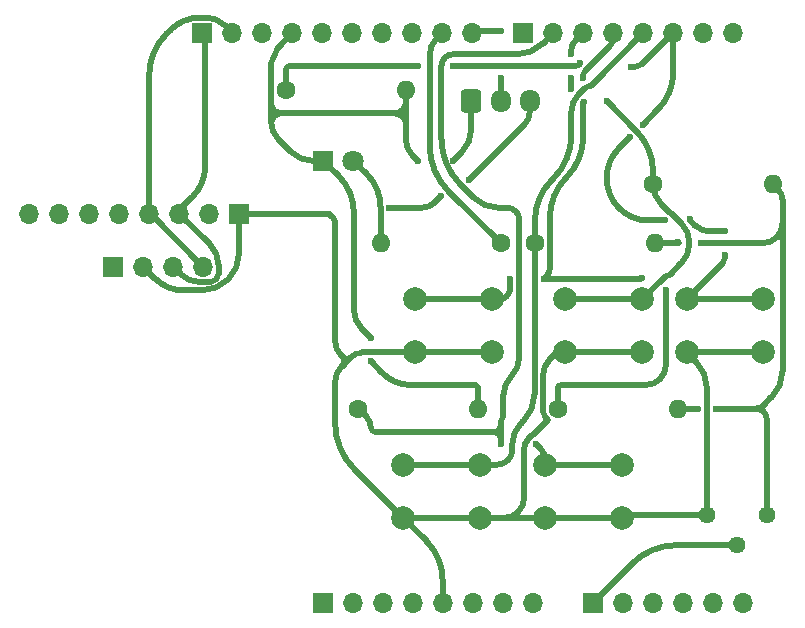
<source format=gbr>
%TF.GenerationSoftware,KiCad,Pcbnew,8.0.8*%
%TF.CreationDate,2025-02-03T17:03:33-07:00*%
%TF.ProjectId,BoardMicro,426f6172-644d-4696-9372-6f2e6b696361,rev?*%
%TF.SameCoordinates,Original*%
%TF.FileFunction,Copper,L1,Top*%
%TF.FilePolarity,Positive*%
%FSLAX46Y46*%
G04 Gerber Fmt 4.6, Leading zero omitted, Abs format (unit mm)*
G04 Created by KiCad (PCBNEW 8.0.8) date 2025-02-03 17:03:33*
%MOMM*%
%LPD*%
G01*
G04 APERTURE LIST*
G04 Aperture macros list*
%AMRoundRect*
0 Rectangle with rounded corners*
0 $1 Rounding radius*
0 $2 $3 $4 $5 $6 $7 $8 $9 X,Y pos of 4 corners*
0 Add a 4 corners polygon primitive as box body*
4,1,4,$2,$3,$4,$5,$6,$7,$8,$9,$2,$3,0*
0 Add four circle primitives for the rounded corners*
1,1,$1+$1,$2,$3*
1,1,$1+$1,$4,$5*
1,1,$1+$1,$6,$7*
1,1,$1+$1,$8,$9*
0 Add four rect primitives between the rounded corners*
20,1,$1+$1,$2,$3,$4,$5,0*
20,1,$1+$1,$4,$5,$6,$7,0*
20,1,$1+$1,$6,$7,$8,$9,0*
20,1,$1+$1,$8,$9,$2,$3,0*%
G04 Aperture macros list end*
%TA.AperFunction,ComponentPad*%
%ADD10R,1.700000X1.700000*%
%TD*%
%TA.AperFunction,ComponentPad*%
%ADD11O,1.700000X1.700000*%
%TD*%
%TA.AperFunction,ComponentPad*%
%ADD12C,1.600000*%
%TD*%
%TA.AperFunction,ComponentPad*%
%ADD13O,1.600000X1.600000*%
%TD*%
%TA.AperFunction,ComponentPad*%
%ADD14C,2.000000*%
%TD*%
%TA.AperFunction,ComponentPad*%
%ADD15C,1.440000*%
%TD*%
%TA.AperFunction,ComponentPad*%
%ADD16R,1.800000X1.800000*%
%TD*%
%TA.AperFunction,ComponentPad*%
%ADD17C,1.800000*%
%TD*%
%TA.AperFunction,ComponentPad*%
%ADD18RoundRect,0.250000X-0.600000X-0.725000X0.600000X-0.725000X0.600000X0.725000X-0.600000X0.725000X0*%
%TD*%
%TA.AperFunction,ComponentPad*%
%ADD19O,1.700000X1.950000*%
%TD*%
%TA.AperFunction,ViaPad*%
%ADD20C,0.600000*%
%TD*%
%TA.AperFunction,Conductor*%
%ADD21C,0.508000*%
%TD*%
%TA.AperFunction,Conductor*%
%ADD22C,0.250000*%
%TD*%
G04 APERTURE END LIST*
D10*
%TO.P,J1,1,Pin_1*%
%TO.N,unconnected-(J1-Pin_1-Pad1)*%
X127940000Y-97460000D03*
D11*
%TO.P,J1,2,Pin_2*%
%TO.N,/IOREF*%
X130480000Y-97460000D03*
%TO.P,J1,3,Pin_3*%
%TO.N,/~{RESET}*%
X133020000Y-97460000D03*
%TO.P,J1,4,Pin_4*%
%TO.N,+3V3*%
X135560000Y-97460000D03*
%TO.P,J1,5,Pin_5*%
%TO.N,+5V*%
X138100000Y-97460000D03*
%TO.P,J1,6,Pin_6*%
%TO.N,GND*%
X140640000Y-97460000D03*
%TO.P,J1,7,Pin_7*%
X143180000Y-97460000D03*
%TO.P,J1,8,Pin_8*%
%TO.N,VCC*%
X145720000Y-97460000D03*
%TD*%
D10*
%TO.P,J3,1,Pin_1*%
%TO.N,/temp_sensor*%
X150800000Y-97460000D03*
D11*
%TO.P,J3,2,Pin_2*%
%TO.N,/A1*%
X153340000Y-97460000D03*
%TO.P,J3,3,Pin_3*%
%TO.N,/A2*%
X155880000Y-97460000D03*
%TO.P,J3,4,Pin_4*%
%TO.N,/A3*%
X158420000Y-97460000D03*
%TO.P,J3,5,Pin_5*%
%TO.N,/SDA{slash}A4*%
X160960000Y-97460000D03*
%TO.P,J3,6,Pin_6*%
%TO.N,/SCL{slash}A5*%
X163500000Y-97460000D03*
%TD*%
D10*
%TO.P,J2,1,Pin_1*%
%TO.N,/I2C_SCL*%
X117760000Y-49200000D03*
D11*
%TO.P,J2,2,Pin_2*%
%TO.N,/I2C_SDA*%
X120300000Y-49200000D03*
%TO.P,J2,3,Pin_3*%
%TO.N,/AREF*%
X122840000Y-49200000D03*
%TO.P,J2,4,Pin_4*%
%TO.N,GND*%
X125380000Y-49200000D03*
%TO.P,J2,5,Pin_5*%
%TO.N,/13*%
X127920000Y-49200000D03*
%TO.P,J2,6,Pin_6*%
%TO.N,/12*%
X130460000Y-49200000D03*
%TO.P,J2,7,Pin_7*%
%TO.N,/\u002A11*%
X133000000Y-49200000D03*
%TO.P,J2,8,Pin_8*%
%TO.N,/\u002A10*%
X135540000Y-49200000D03*
%TO.P,J2,9,Pin_9*%
%TO.N,/led_light*%
X138080000Y-49200000D03*
%TO.P,J2,10,Pin_10*%
%TO.N,/temp_digital*%
X140620000Y-49200000D03*
%TD*%
D10*
%TO.P,J4,1,Pin_1*%
%TO.N,/7*%
X144920000Y-49200000D03*
D11*
%TO.P,J4,2,Pin_2*%
%TO.N,/button_light*%
X147460000Y-49200000D03*
%TO.P,J4,3,Pin_3*%
%TO.N,/button_cal*%
X150000000Y-49200000D03*
%TO.P,J4,4,Pin_4*%
%TO.N,/button_units*%
X152540000Y-49200000D03*
%TO.P,J4,5,Pin_5*%
%TO.N,/button_lock*%
X155080000Y-49200000D03*
%TO.P,J4,6,Pin_6*%
%TO.N,/button_onoff*%
X157620000Y-49200000D03*
%TO.P,J4,7,Pin_7*%
%TO.N,/TX{slash}1*%
X160160000Y-49200000D03*
%TO.P,J4,8,Pin_8*%
%TO.N,/RX{slash}0*%
X162700000Y-49200000D03*
%TD*%
D12*
%TO.P,R2,1*%
%TO.N,/button_units*%
X155920000Y-62000000D03*
D13*
%TO.P,R2,2*%
%TO.N,GND*%
X166080000Y-62000000D03*
%TD*%
D12*
%TO.P,R1,1*%
%TO.N,/button_onoff*%
X124840000Y-54000000D03*
D13*
%TO.P,R1,2*%
%TO.N,GND*%
X135000000Y-54000000D03*
%TD*%
D10*
%TO.P,J5,1,Pin_1*%
%TO.N,+5V*%
X120875000Y-64500000D03*
D11*
%TO.P,J5,2,Pin_2*%
%TO.N,GND*%
X118335000Y-64500000D03*
%TO.P,J5,3,Pin_3*%
%TO.N,/I2C_SCL*%
X115795000Y-64500000D03*
%TO.P,J5,4,Pin_4*%
%TO.N,/I2C_SDA*%
X113255000Y-64500000D03*
%TO.P,J5,5,Pin_5*%
%TO.N,unconnected-(J5-Pin_5-Pad5)*%
X110715000Y-64500000D03*
%TO.P,J5,6,Pin_6*%
%TO.N,unconnected-(J5-Pin_6-Pad6)*%
X108175000Y-64500000D03*
%TO.P,J5,7,Pin_7*%
%TO.N,unconnected-(J5-Pin_7-Pad7)*%
X105635000Y-64500000D03*
%TO.P,J5,8,Pin_8*%
%TO.N,unconnected-(J5-Pin_8-Pad8)*%
X103095000Y-64500000D03*
%TD*%
D12*
%TO.P,R6,1*%
%TO.N,/led_light*%
X143000000Y-67000000D03*
D13*
%TO.P,R6,2*%
%TO.N,Net-(D1-A)*%
X132840000Y-67000000D03*
%TD*%
D14*
%TO.P,SW5,1,A*%
%TO.N,/button_cal*%
X135750000Y-71750000D03*
X142250000Y-71750000D03*
%TO.P,SW5,2,B*%
%TO.N,+5V*%
X135750000Y-76250000D03*
X142250000Y-76250000D03*
%TD*%
D12*
%TO.P,R5,1*%
%TO.N,/button_cal*%
X147840000Y-81000000D03*
D13*
%TO.P,R5,2*%
%TO.N,GND*%
X158000000Y-81000000D03*
%TD*%
D12*
%TO.P,R4,1*%
%TO.N,/button_light*%
X130920000Y-81000000D03*
D13*
%TO.P,R4,2*%
%TO.N,GND*%
X141080000Y-81000000D03*
%TD*%
D14*
%TO.P,SW2,1,A*%
%TO.N,/button_units*%
X148500000Y-71750000D03*
X155000000Y-71750000D03*
%TO.P,SW2,2,B*%
%TO.N,+5V*%
X148500000Y-76250000D03*
X155000000Y-76250000D03*
%TD*%
D10*
%TO.P,J6,1,Pin_1*%
%TO.N,GND*%
X110200000Y-68975000D03*
D11*
%TO.P,J6,2,Pin_2*%
%TO.N,+5V*%
X112740000Y-68975000D03*
%TO.P,J6,3,Pin_3*%
%TO.N,/I2C_SCL*%
X115280000Y-68975000D03*
%TO.P,J6,4,Pin_4*%
%TO.N,/I2C_SDA*%
X117820000Y-68975000D03*
%TD*%
D15*
%TO.P,RV1,1,1*%
%TO.N,+5V*%
X160460000Y-90015000D03*
%TO.P,RV1,2,2*%
%TO.N,/temp_sensor*%
X163000000Y-92555000D03*
%TO.P,RV1,3,3*%
%TO.N,GND*%
X165540000Y-90015000D03*
%TD*%
D12*
%TO.P,R3,1*%
%TO.N,/button_lock*%
X145920000Y-67000000D03*
D13*
%TO.P,R3,2*%
%TO.N,GND*%
X156080000Y-67000000D03*
%TD*%
D14*
%TO.P,SW3,1,A*%
%TO.N,/button_lock*%
X134750000Y-85750000D03*
X141250000Y-85750000D03*
%TO.P,SW3,2,B*%
%TO.N,+5V*%
X134750000Y-90250000D03*
X141250000Y-90250000D03*
%TD*%
D16*
%TO.P,D1,1,K*%
%TO.N,GND*%
X128000000Y-60000000D03*
D17*
%TO.P,D1,2,A*%
%TO.N,Net-(D1-A)*%
X130540000Y-60000000D03*
%TD*%
D14*
%TO.P,SW1,1,A*%
%TO.N,/button_onoff*%
X158750000Y-71750000D03*
X165250000Y-71750000D03*
%TO.P,SW1,2,B*%
%TO.N,+5V*%
X158750000Y-76250000D03*
X165250000Y-76250000D03*
%TD*%
%TO.P,SW4,1,A*%
%TO.N,/button_light*%
X146750000Y-85750000D03*
X153250000Y-85750000D03*
%TO.P,SW4,2,B*%
%TO.N,+5V*%
X146750000Y-90250000D03*
X153250000Y-90250000D03*
%TD*%
D18*
%TO.P,J7,1,Pin_1*%
%TO.N,GND*%
X140500000Y-55000000D03*
D19*
%TO.P,J7,2,Pin_2*%
%TO.N,/temp_digital*%
X143000000Y-55000000D03*
%TO.P,J7,3,Pin_3*%
%TO.N,+5V*%
X145500000Y-55000000D03*
%TD*%
D20*
%TO.N,GND*%
X159706000Y-81000000D03*
X132000000Y-75000000D03*
X139000000Y-60000000D03*
X161214000Y-81000000D03*
X158057426Y-66876256D03*
X132000000Y-77004000D03*
X136000000Y-60000000D03*
X160000000Y-67000000D03*
%TO.N,+5V*%
X140328654Y-61671345D03*
X128500000Y-64500000D03*
X137966841Y-63033159D03*
X133594000Y-64000000D03*
%TO.N,/temp_digital*%
X143000000Y-49000000D03*
X143000000Y-53000000D03*
%TO.N,/button_onoff*%
X154073159Y-52073159D03*
X136000000Y-52000000D03*
X149736841Y-51736841D03*
X162000000Y-66000000D03*
X162000000Y-68000000D03*
X153966841Y-58033159D03*
X156960634Y-65069068D03*
X159033159Y-64966841D03*
X139000000Y-52000000D03*
X155033159Y-56966841D03*
%TO.N,/button_light*%
X146000000Y-84000000D03*
X143000000Y-84000000D03*
%TO.N,/button_units*%
X150000000Y-53000000D03*
X152000000Y-55000000D03*
%TO.N,/button_cal*%
X157000000Y-71000000D03*
X150033159Y-55033159D03*
X146674000Y-70000000D03*
X154966841Y-69966841D03*
X149000000Y-51000000D03*
X143835953Y-70000000D03*
X149000000Y-53000000D03*
X148966841Y-53966841D03*
%TD*%
D21*
%TO.N,/temp_sensor*%
X157958963Y-92555000D02*
G75*
G03*
X154111236Y-94148821I37J-5441500D01*
G01*
%TO.N,/led_light*%
X137540000Y-49740000D02*
G75*
G03*
X136999990Y-51043675I1303700J-1303700D01*
G01*
X137000000Y-58746036D02*
G75*
G03*
X138593800Y-62593784I5441600J36D01*
G01*
%TO.N,Net-(D1-A)*%
X131690000Y-61150000D02*
G75*
G02*
X132839952Y-63926345I-2776400J-2776300D01*
G01*
%TO.N,/button_cal*%
X149282842Y-49917157D02*
G75*
G03*
X149000004Y-50600000I682858J-682843D01*
G01*
X150000000Y-58002980D02*
G75*
G02*
X148587013Y-61414277I-4824300J-20D01*
G01*
X156500000Y-78500000D02*
G75*
G02*
X155292893Y-78999997I-1207100J1207100D01*
G01*
X149000000Y-53910235D02*
G75*
G02*
X148983402Y-53950243I-56600J35D01*
G01*
X148113137Y-79000000D02*
G75*
G03*
X147919989Y-79079989I-37J-273100D01*
G01*
X147174000Y-69146446D02*
G75*
G02*
X146923986Y-69749986I-853600J46D01*
G01*
X150016579Y-55049738D02*
G75*
G03*
X149999973Y-55089764I40021J-40062D01*
G01*
X148587000Y-61414264D02*
G75*
G03*
X147174039Y-64825547I3411300J-3411236D01*
G01*
X143835953Y-70749715D02*
G75*
G02*
X143542962Y-71457009I-1000253J15D01*
G01*
X157000000Y-77292893D02*
G75*
G02*
X156500002Y-78500002I-1707100J-7D01*
G01*
X147920000Y-79080000D02*
G75*
G03*
X147840015Y-79273137I193100J-193100D01*
G01*
X154950261Y-69983420D02*
G75*
G02*
X154910235Y-70000026I-40061J40020D01*
G01*
%TO.N,/button_units*%
X155920000Y-62000151D02*
G75*
G03*
X156626986Y-63707014I2413800J-49D01*
G01*
X157442284Y-64442284D02*
G75*
G03*
X157374000Y-64414009I-68284J-68316D01*
G01*
X157125000Y-69750000D02*
G75*
G03*
X156911607Y-69838384I0J-301800D01*
G01*
X152540000Y-49600000D02*
G75*
G02*
X152257161Y-50282846I-965700J0D01*
G01*
X154477502Y-57477502D02*
G75*
G02*
X155919999Y-60960000I-3482502J-3482498D01*
G01*
X157338388Y-69661611D02*
G75*
G02*
X157125000Y-69749992I-213388J213411D01*
G01*
X150162634Y-52377365D02*
G75*
G03*
X150000008Y-52770000I392666J-392635D01*
G01*
X157305715Y-64385715D02*
G75*
G03*
X157374000Y-64413991I68285J68315D01*
G01*
X158292893Y-65292893D02*
G75*
G02*
X159000004Y-67000000I-1707093J-1707107D01*
G01*
X159000000Y-67000000D02*
G75*
G02*
X158292891Y-68707104I-2414200J0D01*
G01*
%TO.N,/button_light*%
X144294976Y-64294976D02*
G75*
G03*
X143582840Y-63999968I-712176J-712124D01*
G01*
X138289500Y-51289500D02*
G75*
G03*
X138000006Y-51988414I698900J-698900D01*
G01*
X138000000Y-58155045D02*
G75*
G03*
X139593804Y-62002789I5441600J45D01*
G01*
X138988414Y-51000000D02*
G75*
G03*
X138289496Y-51289496I-14J-988400D01*
G01*
X144589953Y-76642463D02*
G75*
G02*
X143919997Y-78259950I-2287453J-37D01*
G01*
X146750000Y-85250000D02*
G75*
G03*
X147250000Y-85750000I500000J0D01*
G01*
X146396446Y-84396446D02*
G75*
G02*
X146750002Y-85250000I-853546J-853554D01*
G01*
X143125000Y-81875000D02*
G75*
G03*
X142999990Y-82176776I301800J-301800D01*
G01*
X144294976Y-64294976D02*
G75*
G02*
X144589932Y-65007112I-712176J-712124D01*
G01*
X132000000Y-82540000D02*
G75*
G03*
X132460000Y-83000000I460000J0D01*
G01*
X143919976Y-78259929D02*
G75*
G03*
X143249984Y-79877395I1617424J-1617471D01*
G01*
X142500000Y-83000000D02*
G75*
G03*
X143000000Y-82500000I0J500000D01*
G01*
X143000000Y-83500000D02*
G75*
G03*
X142500000Y-83000000I-500000J0D01*
G01*
X143250000Y-81573223D02*
G75*
G02*
X143124993Y-81874993I-426800J23D01*
G01*
X131674730Y-81754730D02*
G75*
G02*
X132000011Y-82540000I-785230J-785270D01*
G01*
X146560000Y-50100000D02*
G75*
G02*
X144387207Y-51000003I-2172800J2172800D01*
G01*
X140739277Y-63148286D02*
G75*
G03*
X142795495Y-64000012I2056223J2056186D01*
G01*
X143000000Y-82500000D02*
X143000000Y-83500000D01*
%TO.N,/button_lock*%
X145899000Y-77099736D02*
G75*
G03*
X145878025Y-77150434I50700J-50664D01*
G01*
X143625000Y-85375000D02*
G75*
G02*
X142719669Y-85749988I-905300J905300D01*
G01*
X144707106Y-82292893D02*
G75*
G03*
X143999995Y-84000000I1707094J-1707107D01*
G01*
X150386000Y-53754000D02*
G75*
G03*
X150147003Y-53852992I0J-338000D01*
G01*
X150624994Y-53655005D02*
G75*
G02*
X150386000Y-53753996I-238994J239005D01*
G01*
X145920000Y-77049037D02*
G75*
G02*
X145898982Y-77099718I-71700J37D01*
G01*
X144000000Y-84469669D02*
G75*
G02*
X143625009Y-85375009I-1280300J-31D01*
G01*
X149000000Y-57822111D02*
G75*
G02*
X147459997Y-61539997I-5257900J11D01*
G01*
X149623000Y-54377000D02*
G75*
G03*
X148999952Y-55881055I1504000J-1504100D01*
G01*
X145878000Y-79794053D02*
G75*
G02*
X144938984Y-82060984I-3206000J53D01*
G01*
X147305929Y-61694070D02*
G75*
G03*
X145920011Y-65040000I3345971J-3345930D01*
G01*
%TO.N,/button_onoff*%
X162000000Y-68250000D02*
G75*
G02*
X161823233Y-68676786I-603600J0D01*
G01*
X152000000Y-61536947D02*
G75*
G03*
X153034562Y-64034506I3532100J47D01*
G01*
X149753104Y-51753104D02*
G75*
G02*
X149753137Y-51785663I-16304J-16296D01*
G01*
D22*
X124920000Y-52080000D02*
G75*
G03*
X124840015Y-52273137I193100J-193100D01*
G01*
D21*
X149654052Y-51884684D02*
G75*
G02*
X149375654Y-51999972I-278352J278384D01*
G01*
X159500948Y-65499684D02*
G75*
G03*
X160708817Y-65999983I1207852J1207884D01*
G01*
X157620000Y-52550827D02*
G75*
G02*
X156326563Y-55673404I-4416000J27D01*
G01*
X125113137Y-52000000D02*
G75*
G03*
X124919989Y-52079989I-37J-273100D01*
G01*
X153046745Y-64046745D02*
G75*
G03*
X155514851Y-65069091I2468155J2468145D01*
G01*
X152983420Y-59016579D02*
G75*
G03*
X151999973Y-61390766I2374180J-2374221D01*
G01*
X154985023Y-51834976D02*
G75*
G02*
X154410000Y-52073172I-575023J574976D01*
G01*
X159016895Y-64983104D02*
G75*
G03*
X159016862Y-65015663I16305J-16296D01*
G01*
%TO.N,/I2C_SDA*%
X113376819Y-64531819D02*
G75*
G03*
X113300000Y-64499988I-76819J-76781D01*
G01*
X114679499Y-49320499D02*
G75*
G03*
X113255018Y-52759547I3439001J-3439001D01*
G01*
X119648000Y-48548000D02*
G75*
G03*
X118073932Y-47895986I-1574100J-1574100D01*
G01*
X113255000Y-64455000D02*
G75*
G03*
X113300000Y-64500000I45000J0D01*
G01*
X117550000Y-47896000D02*
G75*
G03*
X115081534Y-48918487I0J-3490900D01*
G01*
%TO.N,/I2C_SCL*%
X115899298Y-64100701D02*
G75*
G03*
X115795000Y-64352500I251802J-251799D01*
G01*
X118922500Y-70077500D02*
G75*
G02*
X118436035Y-70279015I-486500J486500D01*
G01*
X118000000Y-60440829D02*
G75*
G02*
X116897491Y-63102491I-3764200J29D01*
G01*
X115932000Y-69627000D02*
G75*
G03*
X117506067Y-70279014I1574100J1574100D01*
G01*
X115795000Y-64352500D02*
G75*
G03*
X115899297Y-64604299I356100J0D01*
G01*
X117880000Y-49320000D02*
G75*
G02*
X117999998Y-49609705I-289700J-289700D01*
G01*
X118400276Y-67105276D02*
G75*
G02*
X119124014Y-68852500I-1747176J-1747224D01*
G01*
X119124000Y-69591035D02*
G75*
G02*
X118922489Y-70077489I-688000J35D01*
G01*
%TO.N,/temp_digital*%
X140961421Y-49000000D02*
G75*
G03*
X140719994Y-49099994I-21J-341400D01*
G01*
%TO.N,+5V*%
X143292893Y-90250000D02*
G75*
G03*
X144500002Y-89750002I7J1707100D01*
G01*
X144500000Y-89750000D02*
G75*
G03*
X144707106Y-90249984I207100J-207100D01*
G01*
X146976461Y-81909885D02*
G75*
G02*
X146999981Y-81966712I-56861J-56815D01*
G01*
X147168000Y-76832000D02*
G75*
G03*
X146585989Y-78237072I1405100J-1405100D01*
G01*
X129625000Y-77375000D02*
G75*
G03*
X129625000Y-76625000I-375000J375000D01*
G01*
X129625000Y-76625000D02*
G75*
G03*
X130375000Y-76625000I375000J375000D01*
G01*
X147000000Y-81966712D02*
G75*
G02*
X146976463Y-82023540I-80400J12D01*
G01*
X145343840Y-83589840D02*
G75*
G03*
X145000018Y-84419946I830060J-830060D01*
G01*
X159605000Y-77105000D02*
G75*
G02*
X160460020Y-79169152I-2064200J-2064200D01*
G01*
X145777446Y-83222553D02*
G75*
G02*
X145720841Y-83246014I-56646J56653D01*
G01*
X129000000Y-82246036D02*
G75*
G03*
X130593800Y-86093784I5441600J36D01*
G01*
X129500000Y-77500000D02*
G75*
G03*
X129000003Y-78707106I1207100J-1207100D01*
G01*
X145720841Y-83246000D02*
G75*
G03*
X145664226Y-83269437I-41J-80000D01*
G01*
X128750000Y-64750000D02*
G75*
G02*
X129000019Y-65353553I-603600J-603600D01*
G01*
X119938132Y-70063132D02*
G75*
G02*
X117676332Y-71000013I-2261832J2261832D01*
G01*
X131280330Y-76250000D02*
G75*
G03*
X130374991Y-76624991I-30J-1280300D01*
G01*
X137483420Y-63516579D02*
G75*
G02*
X136316340Y-64000028I-1167120J1167079D01*
G01*
X136735283Y-92235283D02*
G75*
G02*
X138100009Y-95530000I-3294683J-3294717D01*
G01*
X120875000Y-67801332D02*
G75*
G02*
X119938122Y-70063122I-3198700J32D01*
G01*
X145000000Y-88542893D02*
G75*
G02*
X144500002Y-89750002I-1707100J-7D01*
G01*
X146586000Y-81226681D02*
G75*
G03*
X146793000Y-81726424I706700J-19D01*
G01*
X153651170Y-90015000D02*
G75*
G03*
X153367509Y-90132509I30J-401200D01*
G01*
X129000000Y-75292893D02*
G75*
G03*
X129499998Y-76500002I1707100J-7D01*
G01*
X153367500Y-90132500D02*
G75*
G02*
X153083829Y-90250012I-283700J283700D01*
G01*
X145500000Y-55750000D02*
G75*
G02*
X144969678Y-57030339I-1810700J0D01*
G01*
X113752500Y-69987500D02*
G75*
G03*
X116196891Y-71000004I2444400J2444400D01*
G01*
X144707106Y-90250000D02*
X143292893Y-90250000D01*
X130375000Y-76625000D02*
X129625000Y-77375000D01*
%TO.N,GND*%
X166879999Y-77790640D02*
G75*
G02*
X165939987Y-80059988I-3209399J40D01*
G01*
X165270000Y-81270000D02*
G75*
G02*
X165539984Y-81921837I-651800J-651800D01*
G01*
X130579000Y-72574201D02*
G75*
G03*
X131289500Y-74289500I2425800J1D01*
G01*
X125292893Y-59292893D02*
G75*
G03*
X127000000Y-60000004I1707107J1707093D01*
G01*
X164618162Y-81000000D02*
G75*
G03*
X165270011Y-80730011I38J921800D01*
G01*
X165270000Y-81270000D02*
G75*
G03*
X164618162Y-81000016I-651800J-651800D01*
G01*
X165270000Y-80730000D02*
G75*
G03*
X165270000Y-81270000I270000J-270000D01*
G01*
X123792999Y-51206999D02*
G75*
G03*
X123586016Y-51706742I499701J-499701D01*
G01*
X124148492Y-50431507D02*
G75*
G03*
X124000004Y-50790000I358508J-358493D01*
G01*
X132001414Y-77001414D02*
G75*
G03*
X131999951Y-77002000I-614J-586D01*
G01*
X123586000Y-56793000D02*
G75*
G03*
X124146729Y-58146741I1914500J0D01*
G01*
D22*
X158119298Y-66938128D02*
G75*
G02*
X158093669Y-67000053I-25598J-25672D01*
G01*
D21*
X134000000Y-56000000D02*
G75*
G03*
X135000000Y-55000000I0J1000000D01*
G01*
X135000000Y-57000000D02*
G75*
G03*
X134000000Y-56000000I-1000000J0D01*
G01*
D22*
X141040000Y-79040000D02*
G75*
G02*
X141080013Y-79136568I-96600J-96600D01*
G01*
D21*
X124379000Y-56000000D02*
G75*
G03*
X123586000Y-56793000I0J-793000D01*
G01*
X123586000Y-55207000D02*
G75*
G03*
X124379000Y-56000000I793000J0D01*
G01*
X124000000Y-50790000D02*
G75*
G02*
X123851511Y-51148496I-507000J0D01*
G01*
X166379999Y-66500000D02*
G75*
G03*
X166879996Y-65292893I-1207099J1207100D01*
G01*
X166879999Y-66707106D02*
G75*
G03*
X166379989Y-66499990I-292899J6D01*
G01*
X133000000Y-78000000D02*
G75*
G03*
X135414213Y-78999994I2414200J2414200D01*
G01*
X166479999Y-62399999D02*
G75*
G02*
X166880006Y-63365683I-965699J-965701D01*
G01*
X140500000Y-57439339D02*
G75*
G02*
X139749988Y-59249988I-2560700J39D01*
G01*
X129289500Y-61289500D02*
G75*
G02*
X130578988Y-64402628I-3113100J-3113100D01*
G01*
X135000000Y-58292893D02*
G75*
G03*
X135499998Y-59500002I1707100J-7D01*
G01*
D22*
X141040000Y-79040000D02*
G75*
G03*
X140943431Y-78999987I-96600J-96600D01*
G01*
D21*
X166379999Y-66500000D02*
G75*
G02*
X165172892Y-66999996I-1207099J1207100D01*
G01*
X135000000Y-55000000D02*
X135000000Y-57000000D01*
X123586000Y-56793000D02*
X123586000Y-55207000D01*
X166879999Y-65292893D02*
X166879999Y-66707106D01*
X132001414Y-77001414D02*
X133000000Y-78000000D01*
X123586000Y-51706742D02*
X123586000Y-55207000D01*
X134000000Y-56000000D02*
X124379000Y-56000000D01*
X140500000Y-57439339D02*
X140500000Y-55000000D01*
X165939999Y-80060000D02*
X165270000Y-80730000D01*
D22*
X132000000Y-77004000D02*
X132000000Y-77002000D01*
D21*
X124148492Y-50431507D02*
X125380000Y-49200000D01*
X166879999Y-65292893D02*
X166879999Y-63365683D01*
X135000000Y-57000000D02*
X135000000Y-58292893D01*
X158093669Y-67000000D02*
X156080000Y-67000000D01*
X123792999Y-51206999D02*
X123851507Y-51148492D01*
X139000000Y-60000000D02*
X139750000Y-59250000D01*
X135500000Y-59500000D02*
X136000000Y-60000000D01*
X125292893Y-59292893D02*
X124146735Y-58146735D01*
X166479999Y-62399999D02*
X166080000Y-62000000D01*
X135000000Y-55000000D02*
X135000000Y-54000000D01*
X130579000Y-72574201D02*
X130579000Y-64402628D01*
X135414213Y-79000000D02*
X140943431Y-79000000D01*
X141080000Y-79136568D02*
X141080000Y-81000000D01*
D22*
X158119298Y-66938128D02*
X158057426Y-66876256D01*
D21*
X165540000Y-81921837D02*
X165540000Y-90015000D01*
X166879999Y-77790640D02*
X166879999Y-66707106D01*
X165172892Y-67000000D02*
X160000000Y-67000000D01*
X127000000Y-60000000D02*
X128000000Y-60000000D01*
X161214000Y-81000000D02*
X164618162Y-81000000D01*
X131289500Y-74289500D02*
X132000000Y-75000000D01*
X159706000Y-81000000D02*
X158000000Y-81000000D01*
X128000000Y-60000000D02*
X129289500Y-61289500D01*
%TO.N,+5V*%
X140328654Y-61671346D02*
X144969669Y-57030330D01*
D22*
X140328654Y-61671346D02*
X140328654Y-61671345D01*
D21*
X131280330Y-76250000D02*
X135750000Y-76250000D01*
X113752500Y-69987500D02*
X112740000Y-68975000D01*
X129000000Y-65353553D02*
X129000000Y-75292893D01*
X136735283Y-92235283D02*
X134750000Y-90250000D01*
X147168000Y-76832000D02*
X147750000Y-76250000D01*
X159605000Y-77105000D02*
X158750000Y-76250000D01*
X146586000Y-78237072D02*
X146586000Y-81226681D01*
X145500000Y-55750000D02*
X145500000Y-55000000D01*
X141250000Y-90250000D02*
X134750000Y-90250000D01*
X128750000Y-64750000D02*
X128500000Y-64500000D01*
X143292893Y-90250000D02*
X141250000Y-90250000D01*
X160460000Y-90015000D02*
X160460000Y-79169152D01*
X158750000Y-76250000D02*
X165250000Y-76250000D01*
X138100000Y-95530000D02*
X138100000Y-97460000D01*
X144707106Y-90250000D02*
X146750000Y-90250000D01*
X145343840Y-83589840D02*
X145664235Y-83269446D01*
X145000000Y-84419946D02*
X145000000Y-88542893D01*
X130593792Y-86093792D02*
X134750000Y-90250000D01*
X147750000Y-76250000D02*
X154250000Y-76250000D01*
X129625000Y-77375000D02*
X129500000Y-77500000D01*
X128500000Y-64500000D02*
X120875000Y-64500000D01*
X137966841Y-63033159D02*
X137483420Y-63516579D01*
X146976461Y-82023538D02*
X145777446Y-83222553D01*
X120875000Y-67801332D02*
X120875000Y-64500000D01*
X129625000Y-76625000D02*
X129500000Y-76500000D01*
X117676332Y-71000000D02*
X116196891Y-71000000D01*
X146976461Y-81909885D02*
X146793000Y-81726424D01*
X160460000Y-90015000D02*
X153651170Y-90015000D01*
X129000000Y-82246036D02*
X129000000Y-78707106D01*
X133594000Y-64000000D02*
X136316340Y-64000000D01*
X146750000Y-90250000D02*
X153083829Y-90250000D01*
X135750000Y-76250000D02*
X142250000Y-76250000D01*
D22*
%TO.N,/temp_digital*%
X140720000Y-49100000D02*
X140620000Y-49200000D01*
D21*
X143000000Y-53000000D02*
X143000000Y-55000000D01*
X143000000Y-49000000D02*
X140961421Y-49000000D01*
%TO.N,/I2C_SCL*%
X115932000Y-69627000D02*
X115280000Y-68975000D01*
X119124000Y-68852500D02*
X119124000Y-69591035D01*
X117880000Y-49320000D02*
X117760000Y-49200000D01*
X115899298Y-64604298D02*
X118400276Y-67105276D01*
X115899298Y-64100701D02*
X116897500Y-63102500D01*
X118000000Y-60440829D02*
X118000000Y-49609705D01*
X118436035Y-70279000D02*
X117506067Y-70279000D01*
%TO.N,/I2C_SDA*%
X118073932Y-47896000D02*
X117550000Y-47896000D01*
X119648000Y-48548000D02*
X120300000Y-49200000D01*
X113376819Y-64531819D02*
X117820000Y-68975000D01*
X113255000Y-52759547D02*
X113255000Y-64455000D01*
X114679499Y-49320499D02*
X115081523Y-48918476D01*
%TO.N,/button_onoff*%
X159033159Y-64966841D02*
X159016895Y-64983104D01*
X153034534Y-64034534D02*
X153046745Y-64046745D01*
X161823223Y-68676776D02*
X158750000Y-71750000D01*
X139000000Y-52000000D02*
X149375654Y-52000000D01*
X149753104Y-51753104D02*
X149736841Y-51736841D01*
X162000000Y-66000000D02*
X160708817Y-66000000D01*
X157620000Y-52550827D02*
X157620000Y-49200000D01*
X155514851Y-65069068D02*
X156960634Y-65069068D01*
X159500948Y-65499684D02*
X159016895Y-65015631D01*
X155033159Y-56966841D02*
X156326579Y-55673420D01*
X158750000Y-71750000D02*
X165250000Y-71750000D01*
X125113137Y-52000000D02*
X136000000Y-52000000D01*
X124840000Y-52273137D02*
X124840000Y-54000000D01*
X154073159Y-52073159D02*
X154410000Y-52073159D01*
X149753104Y-51785631D02*
X149654052Y-51884684D01*
X157620000Y-49200000D02*
X154985023Y-51834976D01*
X152000000Y-61536947D02*
X152000000Y-61390766D01*
X162000000Y-68250000D02*
X162000000Y-68000000D01*
X153966841Y-58033159D02*
X152983420Y-59016579D01*
%TO.N,/button_lock*%
X150624994Y-53655005D02*
X155080000Y-49200000D01*
X149000000Y-57822111D02*
X149000000Y-55881055D01*
X144707106Y-82292893D02*
X144939000Y-82061000D01*
X145878000Y-77150434D02*
X145878000Y-79794053D01*
X145920000Y-67000000D02*
X145920000Y-65040000D01*
X141250000Y-85750000D02*
X134750000Y-85750000D01*
X144000000Y-84000000D02*
X144000000Y-84469669D01*
X142719669Y-85750000D02*
X141250000Y-85750000D01*
X145920000Y-77049037D02*
X145920000Y-67000000D01*
X147459999Y-61539999D02*
X147305929Y-61694070D01*
X150147005Y-53852994D02*
X149623000Y-54377000D01*
%TO.N,/button_light*%
X139593792Y-62002801D02*
X140739277Y-63148286D01*
X138000000Y-51988414D02*
X138000000Y-58155045D01*
X143582840Y-64000000D02*
X142795495Y-64000000D01*
X146000000Y-84000000D02*
X146396446Y-84396446D01*
X132460000Y-83000000D02*
X142500000Y-83000000D01*
X146560000Y-50100000D02*
X147460000Y-49200000D01*
X131674730Y-81754730D02*
X130920000Y-81000000D01*
X143000000Y-84000000D02*
X143000000Y-83500000D01*
X138988414Y-51000000D02*
X144387207Y-51000000D01*
X143250000Y-79877395D02*
X143250000Y-81573223D01*
X143000000Y-82176776D02*
X143000000Y-82500000D01*
X147250000Y-85750000D02*
X153250000Y-85750000D01*
X144589953Y-76642463D02*
X144589953Y-65007112D01*
%TO.N,/button_units*%
X155920000Y-62000151D02*
X155920000Y-60960000D01*
X150000000Y-52770000D02*
X150000000Y-53000000D01*
X156911611Y-69838388D02*
X155000000Y-71750000D01*
X157338388Y-69661611D02*
X158292893Y-68707106D01*
X152257157Y-50282842D02*
X150162634Y-52377365D01*
X152540000Y-49600000D02*
X152540000Y-49200000D01*
X157442284Y-64442284D02*
X158292893Y-65292893D01*
X152000000Y-55000000D02*
X154477502Y-57477502D01*
X156627000Y-63707000D02*
X157305715Y-64385715D01*
X155000000Y-71750000D02*
X148500000Y-71750000D01*
%TO.N,/button_cal*%
X146674000Y-70000000D02*
X154910235Y-70000000D01*
X149000000Y-53000000D02*
X149000000Y-53910235D01*
X143250000Y-71750000D02*
X136750000Y-71750000D01*
X143250000Y-71750000D02*
X143542976Y-71457023D01*
X147174000Y-69146446D02*
X147174000Y-64825547D01*
X155292893Y-79000000D02*
X148113137Y-79000000D01*
X148966841Y-53966841D02*
X148983420Y-53950261D01*
X149282842Y-49917157D02*
X150000000Y-49200000D01*
X150000000Y-58002980D02*
X150000000Y-55089764D01*
X143835953Y-70000000D02*
X143835953Y-70749715D01*
X147840000Y-79273137D02*
X147840000Y-81000000D01*
X150016579Y-55049738D02*
X150033159Y-55033159D01*
X154966841Y-69966841D02*
X154950261Y-69983420D01*
X157000000Y-71000000D02*
X157000000Y-77292893D01*
X149000000Y-50600000D02*
X149000000Y-51000000D01*
X146674000Y-70000000D02*
X146924000Y-69750000D01*
%TO.N,Net-(D1-A)*%
X132840000Y-63926345D02*
X132840000Y-67000000D01*
X131690000Y-61150000D02*
X130540000Y-60000000D01*
%TO.N,/led_light*%
X137540000Y-49740000D02*
X138080000Y-49200000D01*
X138593792Y-62593792D02*
X143000000Y-67000000D01*
X137000000Y-51043675D02*
X137000000Y-58746036D01*
%TO.N,/temp_sensor*%
X154111207Y-94148792D02*
X150800000Y-97460000D01*
X157958963Y-92555000D02*
X163000000Y-92555000D01*
%TD*%
M02*

</source>
